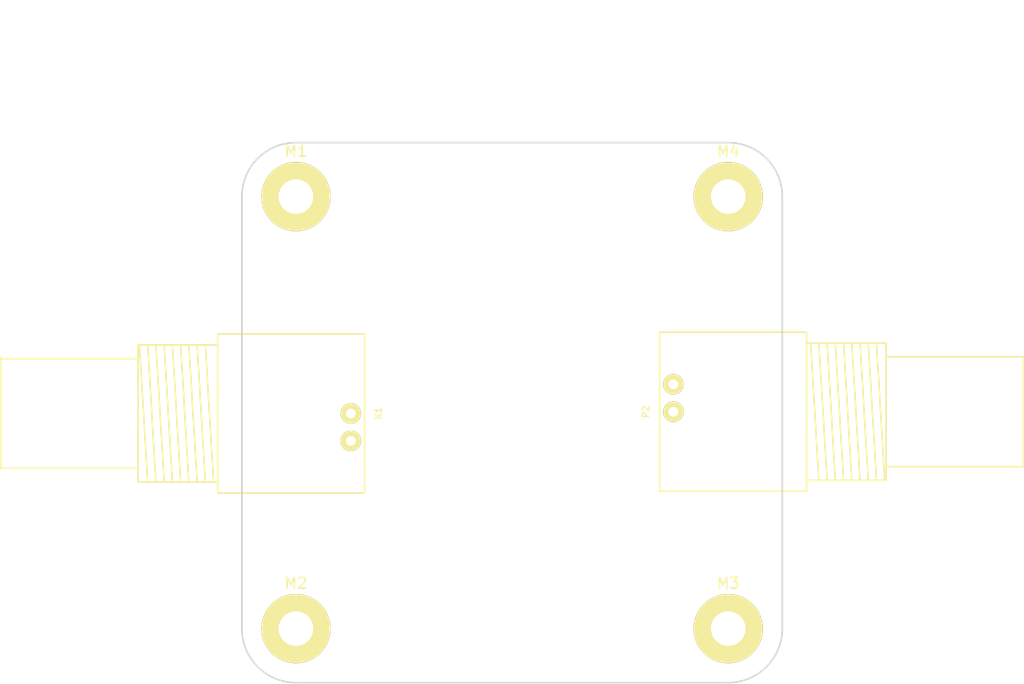
<source format=kicad_pcb>
(kicad_pcb (version 4) (host pcbnew 4.0.4-stable)

  (general
    (links 0)
    (no_connects 0)
    (area 99.924999 49.924999 150.075001 100.075001)
    (thickness 1.6)
    (drawings 10)
    (tracks 0)
    (zones 0)
    (modules 6)
    (nets 5)
  )

  (page A4)
  (layers
    (0 F.Cu signal)
    (31 B.Cu signal)
    (32 B.Adhes user)
    (33 F.Adhes user)
    (34 B.Paste user)
    (35 F.Paste user)
    (36 B.SilkS user)
    (37 F.SilkS user)
    (38 B.Mask user)
    (39 F.Mask user)
    (40 Dwgs.User user)
    (41 Cmts.User user)
    (42 Eco1.User user)
    (43 Eco2.User user)
    (44 Edge.Cuts user)
    (45 Margin user)
    (46 B.CrtYd user)
    (47 F.CrtYd user)
    (48 B.Fab user)
    (49 F.Fab user)
  )

  (setup
    (last_trace_width 0.25)
    (trace_clearance 0.2)
    (zone_clearance 0.508)
    (zone_45_only no)
    (trace_min 0.2)
    (segment_width 0.2)
    (edge_width 0.15)
    (via_size 0.6)
    (via_drill 0.4)
    (via_min_size 0.4)
    (via_min_drill 0.3)
    (uvia_size 0.3)
    (uvia_drill 0.1)
    (uvias_allowed no)
    (uvia_min_size 0.2)
    (uvia_min_drill 0.1)
    (pcb_text_width 0.3)
    (pcb_text_size 1.5 1.5)
    (mod_edge_width 0.15)
    (mod_text_size 1 1)
    (mod_text_width 0.15)
    (pad_size 1.524 1.524)
    (pad_drill 0.762)
    (pad_to_mask_clearance 0.2)
    (aux_axis_origin 0 0)
    (visible_elements FFFFFF7F)
    (pcbplotparams
      (layerselection 0x00030_80000001)
      (usegerberextensions false)
      (excludeedgelayer true)
      (linewidth 0.100000)
      (plotframeref false)
      (viasonmask false)
      (mode 1)
      (useauxorigin false)
      (hpglpennumber 1)
      (hpglpenspeed 20)
      (hpglpendiameter 15)
      (hpglpenoverlay 2)
      (psnegative false)
      (psa4output false)
      (plotreference true)
      (plotvalue true)
      (plotinvisibletext false)
      (padsonsilk false)
      (subtractmaskfromsilk false)
      (outputformat 1)
      (mirror false)
      (drillshape 1)
      (scaleselection 1)
      (outputdirectory ""))
  )

  (net 0 "")
  (net 1 "Net-(P2-Pad2)")
  (net 2 "Net-(P2-Pad1)")
  (net 3 "Net-(X1-Pad2)")
  (net 4 "Net-(X1-Pad1)")

  (net_class Default "This is the default net class."
    (clearance 0.2)
    (trace_width 0.25)
    (via_dia 0.6)
    (via_drill 0.4)
    (uvia_dia 0.3)
    (uvia_drill 0.1)
    (add_net "Net-(P2-Pad1)")
    (add_net "Net-(P2-Pad2)")
    (add_net "Net-(X1-Pad1)")
    (add_net "Net-(X1-Pad2)")
  )

  (module SDRfootprints:1-1337543-0 (layer F.Cu) (tedit 5647DFFC) (tstamp 57FB6FF7)
    (at 139.92 72.38 270)
    (tags "BNC, male")
    (path /57FB6F69)
    (fp_text reference P2 (at 2.54 2.54 270) (layer F.SilkS)
      (effects (font (size 0.6 0.6) (thickness 0.12)))
    )
    (fp_text value OUT (at 2.54 -2.54 270) (layer F.Fab)
      (effects (font (size 0.6 0.6) (thickness 0.12)))
    )
    (fp_line (start -3.81 -18.796) (end 8.89 -19.558) (layer F.SilkS) (width 0.15))
    (fp_line (start -3.81 -18.034) (end 8.89 -18.796) (layer F.SilkS) (width 0.15))
    (fp_line (start -3.81 -17.272) (end 8.89 -18.034) (layer F.SilkS) (width 0.15))
    (fp_line (start -3.81 -16.51) (end 8.89 -17.272) (layer F.SilkS) (width 0.15))
    (fp_line (start -3.81 -15.748) (end 8.89 -16.51) (layer F.SilkS) (width 0.15))
    (fp_line (start -3.81 -14.986) (end 8.89 -15.748) (layer F.SilkS) (width 0.15))
    (fp_line (start -3.81 -14.224) (end 8.89 -14.986) (layer F.SilkS) (width 0.15))
    (fp_line (start -3.81 -13.462) (end 8.89 -14.224) (layer F.SilkS) (width 0.15))
    (fp_line (start -3.81 -12.7) (end 8.89 -13.462) (layer F.SilkS) (width 0.15))
    (fp_line (start -3.81 -19.685) (end -3.81 -12.319) (layer F.SilkS) (width 0.15))
    (fp_line (start 8.89 -19.685) (end 8.89 -12.319) (layer F.SilkS) (width 0.15))
    (fp_line (start 8.89 -19.685) (end -3.81 -19.685) (layer F.SilkS) (width 0.15))
    (fp_line (start -2.54 -19.685) (end -2.54 -32.385) (layer F.SilkS) (width 0.15))
    (fp_line (start -2.54 -32.385) (end 7.62 -32.385) (layer F.SilkS) (width 0.15))
    (fp_line (start 7.62 -32.385) (end 7.62 -19.685) (layer F.SilkS) (width 0.15))
    (fp_line (start 9.906 -12.319) (end -4.826 -12.319) (layer F.SilkS) (width 0.15))
    (fp_line (start -4.826 1.27) (end 9.906 1.27) (layer F.SilkS) (width 0.15))
    (fp_line (start -4.826 1.27) (end -4.826 -12.319) (layer F.SilkS) (width 0.15))
    (fp_line (start 9.906 1.27) (end 9.906 -12.319) (layer F.SilkS) (width 0.15))
    (pad 2 thru_hole circle (at 0 0 270) (size 1.9 1.9) (drill 0.9) (layers *.Cu *.Mask F.SilkS)
      (net 1 "Net-(P2-Pad2)"))
    (pad 1 thru_hole circle (at 2.54 0 270) (size 1.9 1.9) (drill 0.9) (layers *.Cu *.Mask F.SilkS)
      (net 2 "Net-(P2-Pad1)"))
    (pad "" np_thru_hole circle (at -2.54 -5.08 270) (size 2 2) (drill 2) (layers *.Cu *.Mask F.SilkS))
    (pad "" np_thru_hole circle (at 7.62 -5.08 270) (size 2 2) (drill 2) (layers *.Cu *.Mask F.SilkS))
  )

  (module SDRfootprints:1-1337543-0 (layer F.Cu) (tedit 5647DFFC) (tstamp 57FB7097)
    (at 110.08 77.62 90)
    (tags "BNC, male")
    (path /57FB7122)
    (fp_text reference X1 (at 2.54 2.54 90) (layer F.SilkS)
      (effects (font (size 0.6 0.6) (thickness 0.12)))
    )
    (fp_text value IN (at 2.54 -2.54 90) (layer F.Fab)
      (effects (font (size 0.6 0.6) (thickness 0.12)))
    )
    (fp_line (start -3.81 -18.796) (end 8.89 -19.558) (layer F.SilkS) (width 0.15))
    (fp_line (start -3.81 -18.034) (end 8.89 -18.796) (layer F.SilkS) (width 0.15))
    (fp_line (start -3.81 -17.272) (end 8.89 -18.034) (layer F.SilkS) (width 0.15))
    (fp_line (start -3.81 -16.51) (end 8.89 -17.272) (layer F.SilkS) (width 0.15))
    (fp_line (start -3.81 -15.748) (end 8.89 -16.51) (layer F.SilkS) (width 0.15))
    (fp_line (start -3.81 -14.986) (end 8.89 -15.748) (layer F.SilkS) (width 0.15))
    (fp_line (start -3.81 -14.224) (end 8.89 -14.986) (layer F.SilkS) (width 0.15))
    (fp_line (start -3.81 -13.462) (end 8.89 -14.224) (layer F.SilkS) (width 0.15))
    (fp_line (start -3.81 -12.7) (end 8.89 -13.462) (layer F.SilkS) (width 0.15))
    (fp_line (start -3.81 -19.685) (end -3.81 -12.319) (layer F.SilkS) (width 0.15))
    (fp_line (start 8.89 -19.685) (end 8.89 -12.319) (layer F.SilkS) (width 0.15))
    (fp_line (start 8.89 -19.685) (end -3.81 -19.685) (layer F.SilkS) (width 0.15))
    (fp_line (start -2.54 -19.685) (end -2.54 -32.385) (layer F.SilkS) (width 0.15))
    (fp_line (start -2.54 -32.385) (end 7.62 -32.385) (layer F.SilkS) (width 0.15))
    (fp_line (start 7.62 -32.385) (end 7.62 -19.685) (layer F.SilkS) (width 0.15))
    (fp_line (start 9.906 -12.319) (end -4.826 -12.319) (layer F.SilkS) (width 0.15))
    (fp_line (start -4.826 1.27) (end 9.906 1.27) (layer F.SilkS) (width 0.15))
    (fp_line (start -4.826 1.27) (end -4.826 -12.319) (layer F.SilkS) (width 0.15))
    (fp_line (start 9.906 1.27) (end 9.906 -12.319) (layer F.SilkS) (width 0.15))
    (pad 2 thru_hole circle (at 0 0 90) (size 1.9 1.9) (drill 0.9) (layers *.Cu *.Mask F.SilkS)
      (net 3 "Net-(X1-Pad2)"))
    (pad 1 thru_hole circle (at 2.54 0 90) (size 1.9 1.9) (drill 0.9) (layers *.Cu *.Mask F.SilkS)
      (net 4 "Net-(X1-Pad1)"))
    (pad "" np_thru_hole circle (at -2.54 -5.08 90) (size 2 2) (drill 2) (layers *.Cu *.Mask F.SilkS))
    (pad "" np_thru_hole circle (at 7.62 -5.08 90) (size 2 2) (drill 2) (layers *.Cu *.Mask F.SilkS))
  )

  (module Mounting_Holes:MountingHole_3.2mm_M3_Pad (layer F.Cu) (tedit 57FB7221) (tstamp 57FB7159)
    (at 145 95)
    (descr "Mounting Hole 3.2mm, M3")
    (tags "mounting hole 3.2mm m3")
    (fp_text reference M3 (at 0 -4.2) (layer F.SilkS)
      (effects (font (size 1 1) (thickness 0.15)))
    )
    (fp_text value MountingHole_3.2mm_M3_Pad (at 0 4.2) (layer F.Fab) hide
      (effects (font (size 1 1) (thickness 0.15)))
    )
    (fp_circle (center 0 0) (end 3.2 0) (layer Cmts.User) (width 0.15))
    (fp_circle (center 0 0) (end 3.45 0) (layer F.CrtYd) (width 0.05))
    (pad 1 thru_hole circle (at 0 0) (size 6.4 6.4) (drill 3.2) (layers *.Cu *.Mask F.SilkS))
  )

  (module Mounting_Holes:MountingHole_3.2mm_M3_Pad (layer F.Cu) (tedit 57FB7224) (tstamp 57FB7162)
    (at 145 55)
    (descr "Mounting Hole 3.2mm, M3")
    (tags "mounting hole 3.2mm m3")
    (fp_text reference M4 (at 0 -4.2) (layer F.SilkS)
      (effects (font (size 1 1) (thickness 0.15)))
    )
    (fp_text value MountingHole_3.2mm_M3_Pad (at 0 4.2) (layer F.Fab) hide
      (effects (font (size 1 1) (thickness 0.15)))
    )
    (fp_circle (center 0 0) (end 3.2 0) (layer Cmts.User) (width 0.15))
    (fp_circle (center 0 0) (end 3.45 0) (layer F.CrtYd) (width 0.05))
    (pad 1 thru_hole circle (at 0 0) (size 6.4 6.4) (drill 3.2) (layers *.Cu *.Mask F.SilkS))
  )

  (module Mounting_Holes:MountingHole_3.2mm_M3_Pad (layer F.Cu) (tedit 57FB7215) (tstamp 57FB7168)
    (at 105 55)
    (descr "Mounting Hole 3.2mm, M3")
    (tags "mounting hole 3.2mm m3")
    (fp_text reference M1 (at 0 -4.2) (layer F.SilkS)
      (effects (font (size 1 1) (thickness 0.15)))
    )
    (fp_text value MountingHole_3.2mm_M3_Pad (at 0 4.2) (layer F.Fab) hide
      (effects (font (size 1 1) (thickness 0.15)))
    )
    (fp_circle (center 0 0) (end 3.2 0) (layer Cmts.User) (width 0.15))
    (fp_circle (center 0 0) (end 3.45 0) (layer F.CrtYd) (width 0.05))
    (pad 1 thru_hole circle (at 0 0) (size 6.4 6.4) (drill 3.2) (layers *.Cu *.Mask F.SilkS))
  )

  (module Mounting_Holes:MountingHole_3.2mm_M3_Pad (layer F.Cu) (tedit 57FB721D) (tstamp 57FB716C)
    (at 105 95)
    (descr "Mounting Hole 3.2mm, M3")
    (tags "mounting hole 3.2mm m3")
    (fp_text reference M2 (at 0 -4.2) (layer F.SilkS)
      (effects (font (size 1 1) (thickness 0.15)))
    )
    (fp_text value MountingHole_3.2mm_M3_Pad (at 0 4.2) (layer F.Fab) hide
      (effects (font (size 1 1) (thickness 0.15)))
    )
    (fp_circle (center 0 0) (end 3.2 0) (layer Cmts.User) (width 0.15))
    (fp_circle (center 0 0) (end 3.45 0) (layer F.CrtYd) (width 0.05))
    (pad 1 thru_hole circle (at 0 0) (size 6.4 6.4) (drill 3.2) (layers *.Cu *.Mask F.SilkS))
  )

  (gr_arc (start 145 95) (end 150 95) (angle 90) (layer Edge.Cuts) (width 0.15))
  (gr_arc (start 105 95) (end 105 100) (angle 90) (layer Edge.Cuts) (width 0.15))
  (gr_arc (start 105 55) (end 100 55) (angle 90) (layer Edge.Cuts) (width 0.15))
  (gr_arc (start 145 55) (end 145 50) (angle 90) (layer Edge.Cuts) (width 0.15))
  (dimension 50 (width 0.3) (layer Dwgs.User)
    (gr_text "50.000 mm" (at 88.65 75 270) (layer Dwgs.User)
      (effects (font (size 1.5 1.5) (thickness 0.3)))
    )
    (feature1 (pts (xy 100 100) (xy 87.3 100)))
    (feature2 (pts (xy 100 50) (xy 87.3 50)))
    (crossbar (pts (xy 90 50) (xy 90 100)))
    (arrow1a (pts (xy 90 100) (xy 89.413579 98.873496)))
    (arrow1b (pts (xy 90 100) (xy 90.586421 98.873496)))
    (arrow2a (pts (xy 90 50) (xy 89.413579 51.126504)))
    (arrow2b (pts (xy 90 50) (xy 90.586421 51.126504)))
  )
  (dimension 50 (width 0.3) (layer Dwgs.User)
    (gr_text "50.000 mm" (at 125 38.65) (layer Dwgs.User)
      (effects (font (size 1.5 1.5) (thickness 0.3)))
    )
    (feature1 (pts (xy 150 50) (xy 150 37.3)))
    (feature2 (pts (xy 100 50) (xy 100 37.3)))
    (crossbar (pts (xy 100 40) (xy 150 40)))
    (arrow1a (pts (xy 150 40) (xy 148.873496 40.586421)))
    (arrow1b (pts (xy 150 40) (xy 148.873496 39.413579)))
    (arrow2a (pts (xy 100 40) (xy 101.126504 40.586421)))
    (arrow2b (pts (xy 100 40) (xy 101.126504 39.413579)))
  )
  (gr_line (start 100 95) (end 100 55) (layer Edge.Cuts) (width 0.15))
  (gr_line (start 145 100) (end 105 100) (layer Edge.Cuts) (width 0.15))
  (gr_line (start 150 55) (end 150 95) (layer Edge.Cuts) (width 0.15))
  (gr_line (start 105 50) (end 145 50) (layer Edge.Cuts) (width 0.15))

)

</source>
